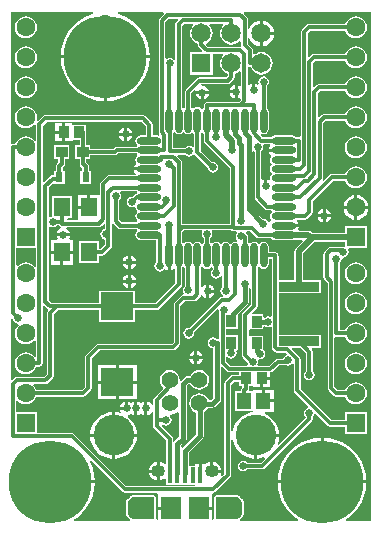
<source format=gtl>
G04*
G04 #@! TF.GenerationSoftware,Altium Limited,Altium Designer,18.1.11 (251)*
G04*
G04 Layer_Physical_Order=1*
G04 Layer_Color=255*
%FSLAX25Y25*%
%MOIN*%
G70*
G01*
G75*
%ADD18R,0.13504X0.03347*%
%ADD19R,0.07087X0.07480*%
%ADD20R,0.01575X0.05315*%
%ADD21R,0.03543X0.03937*%
%ADD22R,0.05118X0.05512*%
%ADD23O,0.02362X0.08071*%
%ADD24O,0.08071X0.02362*%
%ADD25R,0.03937X0.03543*%
%ADD26R,0.02480X0.03268*%
%ADD27R,0.11024X0.09449*%
%ADD28R,0.05512X0.06299*%
%ADD29O,0.04528X0.04134*%
%ADD30O,0.02953X0.05118*%
%ADD31C,0.06299*%
%ADD32R,0.06299X0.06299*%
%ADD33C,0.06496*%
%ADD34R,0.06496X0.06496*%
%ADD35C,0.27559*%
%ADD36C,0.13583*%
%ADD37C,0.05591*%
%ADD38C,0.01200*%
%ADD39C,0.01500*%
%ADD40C,0.02000*%
%ADD41C,0.02520*%
%ADD42C,0.02520*%
%ADD43C,0.05000*%
G36*
X220981Y329520D02*
X212750D01*
X212614Y330001D01*
X213439Y330506D01*
X215207Y332017D01*
X216718Y333786D01*
X217934Y335770D01*
X218824Y337919D01*
X219367Y340181D01*
X219510Y342000D01*
X189938D01*
X190082Y340181D01*
X190625Y337919D01*
X191515Y335770D01*
X192730Y333786D01*
X194241Y332017D01*
X196010Y330506D01*
X196835Y330001D01*
X196699Y329520D01*
X177644D01*
X177626Y329549D01*
X177511Y329903D01*
X177504Y330019D01*
X178145Y330661D01*
X178186Y330761D01*
X178262Y330837D01*
X178622Y331705D01*
Y331813D01*
X178663Y331912D01*
Y335608D01*
X178622Y335707D01*
Y335815D01*
X178262Y336683D01*
X178186Y336759D01*
X178145Y336859D01*
X177481Y337523D01*
X177381Y337564D01*
X177305Y337640D01*
X176437Y338000D01*
X176329D01*
X176230Y338041D01*
X169264D01*
X168881Y337883D01*
X168723Y337500D01*
Y330319D01*
X168257Y329937D01*
X168098Y329985D01*
Y333260D01*
X163555D01*
Y334260D01*
X168098D01*
Y338500D01*
X168392Y338878D01*
X168502D01*
X168502Y338878D01*
X168931Y338964D01*
X169295Y339207D01*
X174093Y344005D01*
X174093Y344005D01*
X174336Y344369D01*
X174422Y344798D01*
Y356598D01*
X174922Y356623D01*
X174936Y356473D01*
X175382Y355004D01*
X176105Y353650D01*
X177079Y352464D01*
X178265Y351490D01*
X179619Y350767D01*
X181088Y350321D01*
X182115Y350220D01*
Y358000D01*
X182615D01*
Y358500D01*
X190395D01*
X190294Y359527D01*
X189848Y360996D01*
X189125Y362350D01*
X188151Y363536D01*
X186964Y364510D01*
X185611Y365233D01*
X185575Y365244D01*
X185649Y365744D01*
X188709D01*
Y369000D01*
X185150D01*
Y369500D01*
X184650D01*
Y373256D01*
X181591D01*
Y372756D01*
X180716D01*
X180386Y373256D01*
X180425Y373453D01*
X180425Y373453D01*
Y374532D01*
X181575D01*
X181847Y374144D01*
Y374031D01*
X184118D01*
Y377000D01*
X184618D01*
Y377500D01*
X187390D01*
Y378496D01*
X187500Y378978D01*
X187929Y379064D01*
X188293Y379307D01*
X190365Y381379D01*
X192809D01*
X192813Y381376D01*
X193500Y381239D01*
X194187Y381376D01*
X194769Y381765D01*
X194878Y381929D01*
X195378Y381777D01*
Y373000D01*
X195378Y373000D01*
X195464Y372571D01*
X195707Y372207D01*
X200174Y367739D01*
X200010Y367197D01*
X199813Y367158D01*
X199231Y366769D01*
X198842Y366187D01*
X198706Y365500D01*
X198842Y364813D01*
X199231Y364231D01*
X199126Y363712D01*
X190350Y354936D01*
X189908Y355201D01*
X190294Y356473D01*
X190395Y357500D01*
X183115D01*
Y350220D01*
X184142Y350321D01*
X185414Y350707D01*
X185679Y350265D01*
X184365Y348951D01*
X179867D01*
X179769Y349098D01*
X179187Y349487D01*
X178500Y349623D01*
X177813Y349487D01*
X177231Y349098D01*
X176842Y348516D01*
X176706Y347829D01*
X176842Y347143D01*
X177231Y346560D01*
X177813Y346171D01*
X178500Y346035D01*
X179187Y346171D01*
X179769Y346560D01*
X179867Y346708D01*
X184829D01*
X184829Y346708D01*
X185258Y346793D01*
X185622Y347036D01*
X201293Y362707D01*
X201293Y362707D01*
X201536Y363071D01*
X201622Y363500D01*
X201622Y363500D01*
Y364133D01*
X201769Y364231D01*
X202158Y364813D01*
X202197Y365010D01*
X202739Y365175D01*
X206707Y361207D01*
X207071Y360964D01*
X207500Y360878D01*
X207500Y360878D01*
X212350D01*
Y358350D01*
X219650D01*
Y365650D01*
X212350D01*
Y363122D01*
X207965D01*
X197622Y373465D01*
Y383371D01*
X197622Y383371D01*
X197536Y383800D01*
X197293Y384164D01*
X197293Y384164D01*
X194647Y386810D01*
X194839Y387272D01*
X197587D01*
X199378Y385480D01*
Y379572D01*
X199231Y379474D01*
X198842Y378892D01*
X198706Y378205D01*
X198842Y377518D01*
X199231Y376936D01*
X199813Y376547D01*
X200500Y376411D01*
X201187Y376547D01*
X201769Y376936D01*
X202158Y377518D01*
X202294Y378205D01*
X202158Y378892D01*
X201769Y379474D01*
X201622Y379572D01*
Y385945D01*
X201622Y385945D01*
X201536Y386374D01*
X201293Y386738D01*
X201293Y386738D01*
X201221Y386810D01*
X201413Y387272D01*
X204252D01*
Y391618D01*
X190270D01*
Y405382D01*
X204252D01*
Y409728D01*
X198529D01*
Y418718D01*
X202281Y422471D01*
X212350D01*
Y421079D01*
X211964Y420762D01*
X211800Y420794D01*
X211518Y420738D01*
X211100Y420822D01*
X211100Y420822D01*
X207500D01*
X207500Y420822D01*
X207071Y420736D01*
X206707Y420493D01*
X205488Y419275D01*
X205245Y418911D01*
X205160Y418481D01*
X205160Y418481D01*
Y410659D01*
X205160Y410659D01*
X205245Y410229D01*
X205488Y409866D01*
X206610Y408744D01*
Y373750D01*
X206610Y373750D01*
X206695Y373321D01*
X206938Y372957D01*
X208688Y371207D01*
X208688Y371207D01*
X209052Y370964D01*
X209481Y370879D01*
X212514D01*
X212812Y370160D01*
X213397Y369397D01*
X214159Y368812D01*
X215047Y368444D01*
X216000Y368319D01*
X216953Y368444D01*
X217841Y368812D01*
X218603Y369397D01*
X219188Y370160D01*
X219556Y371047D01*
X219681Y372000D01*
X219556Y372953D01*
X219188Y373840D01*
X218603Y374603D01*
X217841Y375188D01*
X216953Y375556D01*
X216000Y375681D01*
X215047Y375556D01*
X214159Y375188D01*
X213397Y374603D01*
X212812Y373840D01*
X212514Y373122D01*
X209946D01*
X208853Y374215D01*
Y390575D01*
X209353Y390914D01*
X209531Y390878D01*
X209531Y390879D01*
X212514D01*
X212812Y390160D01*
X213397Y389397D01*
X214159Y388812D01*
X215047Y388444D01*
X216000Y388319D01*
X216953Y388444D01*
X217841Y388812D01*
X218603Y389397D01*
X219188Y390160D01*
X219556Y391047D01*
X219681Y392000D01*
X219556Y392953D01*
X219188Y393841D01*
X218603Y394603D01*
X217841Y395188D01*
X216953Y395556D01*
X216000Y395681D01*
X215047Y395556D01*
X214159Y395188D01*
X213397Y394603D01*
X212812Y393841D01*
X212514Y393122D01*
X210553D01*
Y415383D01*
X210700Y415481D01*
X211089Y416063D01*
X211226Y416750D01*
X211213Y416813D01*
X211638Y417238D01*
X211800Y417206D01*
X212487Y417342D01*
X213069Y417731D01*
X213458Y418313D01*
X213594Y419000D01*
X213458Y419687D01*
X213348Y419850D01*
X213616Y420350D01*
X219650D01*
Y427650D01*
X212350D01*
Y425529D01*
X201534D01*
X201229Y425833D01*
X200733Y426165D01*
X200148Y426281D01*
X196937D01*
X196670Y426781D01*
X196850Y427051D01*
X196920Y427402D01*
X191941D01*
Y428402D01*
X196920D01*
X196850Y428753D01*
X196397Y429430D01*
X196449Y429643D01*
X196586Y429930D01*
X199051D01*
X199051Y429930D01*
X199480Y430015D01*
X199844Y430258D01*
X201293Y431707D01*
X201293Y431707D01*
X201536Y432071D01*
X201622Y432500D01*
Y436085D01*
X208415Y442878D01*
X212514D01*
X212812Y442160D01*
X213397Y441397D01*
X214159Y440812D01*
X215047Y440444D01*
X216000Y440319D01*
X216953Y440444D01*
X217841Y440812D01*
X218603Y441397D01*
X219188Y442160D01*
X219556Y443047D01*
X219681Y444000D01*
X219556Y444953D01*
X219188Y445841D01*
X218603Y446603D01*
X217841Y447188D01*
X216953Y447556D01*
X216000Y447681D01*
X215047Y447556D01*
X214159Y447188D01*
X213397Y446603D01*
X212812Y445841D01*
X212514Y445122D01*
X207950D01*
X207950Y445122D01*
X207521Y445036D01*
X207157Y444793D01*
X207157Y444793D01*
X205240Y442876D01*
X204852Y443195D01*
X204936Y443321D01*
X205022Y443750D01*
X205022Y443750D01*
Y462035D01*
X205865Y462878D01*
X212514D01*
X212812Y462159D01*
X213397Y461397D01*
X214159Y460812D01*
X215047Y460444D01*
X216000Y460319D01*
X216953Y460444D01*
X217841Y460812D01*
X218603Y461397D01*
X219188Y462159D01*
X219556Y463047D01*
X219681Y464000D01*
X219556Y464953D01*
X219188Y465840D01*
X218603Y466603D01*
X217841Y467188D01*
X216953Y467556D01*
X216000Y467681D01*
X215047Y467556D01*
X214159Y467188D01*
X213397Y466603D01*
X212812Y465840D01*
X212514Y465122D01*
X205400D01*
X205400Y465122D01*
X204971Y465036D01*
X204607Y464793D01*
X203783Y463970D01*
X203322Y464161D01*
Y472035D01*
X204165Y472878D01*
X212514D01*
X212812Y472159D01*
X213397Y471397D01*
X214159Y470812D01*
X215047Y470444D01*
X216000Y470319D01*
X216953Y470444D01*
X217841Y470812D01*
X218603Y471397D01*
X219188Y472159D01*
X219556Y473047D01*
X219681Y474000D01*
X219556Y474953D01*
X219188Y475841D01*
X218603Y476603D01*
X217841Y477188D01*
X216953Y477556D01*
X216000Y477681D01*
X215047Y477556D01*
X214159Y477188D01*
X213397Y476603D01*
X212812Y475841D01*
X212514Y475122D01*
X203700D01*
X203700Y475122D01*
X203271Y475036D01*
X202907Y474793D01*
X202083Y473970D01*
X201622Y474161D01*
Y482035D01*
X202465Y482878D01*
X212514D01*
X212812Y482160D01*
X213397Y481397D01*
X214159Y480812D01*
X215047Y480444D01*
X216000Y480319D01*
X216953Y480444D01*
X217841Y480812D01*
X218603Y481397D01*
X219188Y482160D01*
X219556Y483047D01*
X219681Y484000D01*
X219556Y484953D01*
X219188Y485841D01*
X218603Y486603D01*
X217841Y487188D01*
X216953Y487556D01*
X216000Y487681D01*
X215047Y487556D01*
X214159Y487188D01*
X213397Y486603D01*
X212812Y485841D01*
X212514Y485122D01*
X202000D01*
X202000Y485122D01*
X201571Y485036D01*
X201207Y484793D01*
X200383Y483970D01*
X199922Y484161D01*
Y492035D01*
X200765Y492878D01*
X212514D01*
X212812Y492160D01*
X213397Y491397D01*
X214159Y490812D01*
X215047Y490444D01*
X216000Y490319D01*
X216953Y490444D01*
X217841Y490812D01*
X218603Y491397D01*
X219188Y492160D01*
X219556Y493047D01*
X219681Y494000D01*
X219556Y494953D01*
X219188Y495841D01*
X218603Y496603D01*
X217841Y497188D01*
X216953Y497556D01*
X216000Y497681D01*
X215047Y497556D01*
X214159Y497188D01*
X213397Y496603D01*
X212812Y495841D01*
X212514Y495122D01*
X200300D01*
X200300Y495122D01*
X199871Y495036D01*
X199507Y494793D01*
X198007Y493293D01*
X197764Y492929D01*
X197678Y492500D01*
X197678Y492500D01*
Y457673D01*
X197178Y457334D01*
X197000Y457370D01*
X197000Y457370D01*
X196068D01*
X196007Y457460D01*
X195451Y457832D01*
X194795Y457962D01*
X189086D01*
X188431Y457832D01*
X187874Y457460D01*
X187814Y457370D01*
X184975D01*
X184141Y458203D01*
X184460Y458592D01*
X184592Y458503D01*
X185248Y458373D01*
X185904Y458503D01*
X186460Y458875D01*
X186832Y459431D01*
X186962Y460087D01*
Y465795D01*
X186832Y466451D01*
X186460Y467007D01*
X186370Y467068D01*
Y474535D01*
X186517Y474633D01*
X186906Y475215D01*
X187042Y475902D01*
X186906Y476589D01*
X186517Y477171D01*
X185935Y477560D01*
X185248Y477696D01*
X184561Y477560D01*
X183979Y477171D01*
X183590Y476589D01*
X183454Y475902D01*
X183581Y475263D01*
X183477Y475137D01*
X183180Y474930D01*
X182882Y475129D01*
X182500Y475205D01*
Y473000D01*
X181500D01*
Y475205D01*
X181118Y475129D01*
X180470Y474695D01*
X179970Y474861D01*
Y480642D01*
X180446Y480920D01*
X180943Y480793D01*
X181226Y480110D01*
X181827Y479327D01*
X182610Y478726D01*
X183522Y478348D01*
X184500Y478220D01*
X185478Y478348D01*
X186390Y478726D01*
X187173Y479327D01*
X187774Y480110D01*
X188152Y481022D01*
X188280Y482000D01*
X188152Y482978D01*
X187774Y483890D01*
X187173Y484673D01*
X186390Y485274D01*
X185478Y485652D01*
X184500Y485780D01*
X183522Y485652D01*
X182610Y485274D01*
X182270Y485013D01*
X181770Y485259D01*
Y486400D01*
X181770Y486400D01*
X181684Y486829D01*
X181441Y487193D01*
X181441Y487193D01*
X180022Y488613D01*
Y490405D01*
X180522Y490504D01*
X180789Y489858D01*
X181470Y488970D01*
X182358Y488289D01*
X183391Y487861D01*
X184000Y487781D01*
Y492000D01*
Y496219D01*
X183391Y496139D01*
X182358Y495711D01*
X181470Y495030D01*
X180789Y494142D01*
X180522Y493496D01*
X180022Y493595D01*
Y496648D01*
X180022Y496648D01*
X179936Y497077D01*
X179693Y497441D01*
X179693Y497441D01*
X178654Y498481D01*
X178861Y498981D01*
X220981D01*
X220981Y329520D01*
D02*
G37*
G36*
X171931Y494753D02*
X171827Y494673D01*
X171226Y493890D01*
X170848Y492978D01*
X170720Y492000D01*
X170848Y491022D01*
X171226Y490110D01*
X171827Y489327D01*
X172610Y488726D01*
X173522Y488348D01*
X174500Y488220D01*
X175478Y488348D01*
X176390Y488726D01*
X177173Y489327D01*
X177278Y489464D01*
X177778Y489294D01*
Y488148D01*
X177778Y488148D01*
X177825Y487915D01*
X177562Y487555D01*
X177525Y487518D01*
X177442Y487470D01*
X166715D01*
X166049Y488135D01*
X166147Y488625D01*
X166390Y488726D01*
X167173Y489327D01*
X167774Y490110D01*
X168152Y491022D01*
X168280Y492000D01*
X168152Y492978D01*
X167774Y493890D01*
X167173Y494673D01*
X167069Y494753D01*
X167229Y495227D01*
X171771D01*
X171931Y494753D01*
D02*
G37*
G36*
X152044Y498481D02*
X150607Y497043D01*
X150364Y496679D01*
X150278Y496250D01*
X150278Y496250D01*
Y459000D01*
X150278Y459000D01*
X150364Y458571D01*
X150509Y458353D01*
X150244Y457905D01*
X150235Y457898D01*
X149913Y457962D01*
X148222D01*
Y461600D01*
X148222Y461600D01*
X148136Y462029D01*
X147893Y462393D01*
X147893Y462393D01*
X145793Y464493D01*
X145429Y464736D01*
X145000Y464822D01*
X145000Y464822D01*
X112500D01*
X112500Y464822D01*
X112071Y464736D01*
X111707Y464493D01*
X111707Y464493D01*
X109981Y462767D01*
X109556Y463047D01*
X109681Y464000D01*
X109556Y464953D01*
X109188Y465840D01*
X108603Y466603D01*
X107841Y467188D01*
X106953Y467556D01*
X106000Y467681D01*
X105047Y467556D01*
X104159Y467188D01*
X103397Y466603D01*
X102812Y465840D01*
X102444Y464953D01*
X102319Y464000D01*
X102444Y463047D01*
X102812Y462159D01*
X103397Y461397D01*
X104159Y460812D01*
X105047Y460444D01*
X106000Y460319D01*
X106953Y460444D01*
X107841Y460812D01*
X108603Y461397D01*
X108893Y461775D01*
X109072Y461747D01*
X109378Y461586D01*
Y456414D01*
X108878Y456244D01*
X108603Y456603D01*
X107841Y457188D01*
X106953Y457556D01*
X106000Y457681D01*
X105047Y457556D01*
X104159Y457188D01*
X103397Y456603D01*
X102812Y455840D01*
X102514Y455122D01*
X101800D01*
X101800Y455122D01*
X101520Y455066D01*
X101020Y455357D01*
Y498981D01*
X128396D01*
X128455Y498481D01*
X127919Y498352D01*
X125769Y497461D01*
X123786Y496246D01*
X122017Y494735D01*
X120506Y492966D01*
X119291Y490982D01*
X118400Y488833D01*
X117857Y486571D01*
X117714Y484752D01*
X147286D01*
X147143Y486571D01*
X146600Y488833D01*
X145709Y490982D01*
X144494Y492966D01*
X142983Y494735D01*
X141214Y496246D01*
X139231Y497461D01*
X137081Y498352D01*
X136545Y498481D01*
X136604Y498981D01*
X151837D01*
X152044Y498481D01*
D02*
G37*
G36*
X156780Y496465D02*
X156108Y495793D01*
X155865Y495429D01*
X155780Y495000D01*
X155780Y495000D01*
Y483404D01*
X155280Y483252D01*
X155269Y483269D01*
X154687Y483658D01*
X154000Y483794D01*
X153313Y483658D01*
X153022Y483463D01*
X152522Y483730D01*
Y495785D01*
X153663Y496927D01*
X156589D01*
X156780Y496465D01*
D02*
G37*
G36*
X161931Y494753D02*
X161827Y494673D01*
X161226Y493890D01*
X160848Y492978D01*
X160720Y492000D01*
X160848Y491022D01*
X161226Y490110D01*
X161827Y489327D01*
X162610Y488726D01*
X163378Y488408D01*
Y488098D01*
X163378Y488098D01*
X163464Y487669D01*
X163707Y487305D01*
X164802Y486210D01*
X164611Y485748D01*
X160752D01*
Y478252D01*
X168248D01*
Y485227D01*
X171771D01*
X171931Y484753D01*
X171827Y484673D01*
X171226Y483890D01*
X170848Y482978D01*
X170720Y482000D01*
X170848Y481022D01*
X171226Y480110D01*
X171827Y479327D01*
X172610Y478726D01*
X173310Y478436D01*
X173360Y477946D01*
X172785Y477372D01*
X163801D01*
X163801Y477372D01*
X163372Y477286D01*
X163008Y477043D01*
X159258Y473293D01*
X159015Y472929D01*
X158930Y472500D01*
X158930Y472500D01*
Y467068D01*
X158839Y467007D01*
X158285Y466986D01*
X158023Y467254D01*
Y494535D01*
X158714Y495227D01*
X161770D01*
X161931Y494753D01*
D02*
G37*
G36*
X177727Y479271D02*
Y474690D01*
X177286Y474455D01*
X177025Y474629D01*
X176643Y474705D01*
Y472500D01*
Y470295D01*
X177025Y470371D01*
X177092Y470416D01*
X177590Y470170D01*
X177622Y469856D01*
X177035Y469269D01*
X166498D01*
X166069Y469184D01*
X165705Y468941D01*
X165462Y468577D01*
X165377Y468148D01*
Y467167D01*
X165138Y467007D01*
X165026Y466839D01*
X164526D01*
X164413Y467007D01*
X163857Y467379D01*
X163201Y467509D01*
X162545Y467379D01*
X161989Y467007D01*
X161434Y466986D01*
X161173Y467254D01*
Y472035D01*
X162135Y472998D01*
X162584Y472758D01*
X167007D01*
X166931Y473140D01*
X166431Y473887D01*
X165684Y474387D01*
X164802Y474562D01*
X164738Y474550D01*
X164435Y474999D01*
X164520Y475128D01*
X173250D01*
X173250Y475128D01*
X173679Y475214D01*
X174043Y475457D01*
X175293Y476707D01*
X175293Y476707D01*
X175536Y477071D01*
X175622Y477500D01*
X175622Y477500D01*
Y478408D01*
X176390Y478726D01*
X177173Y479327D01*
X177253Y479431D01*
X177727Y479271D01*
D02*
G37*
G36*
X158839Y458875D02*
X159395Y458503D01*
X160051Y458373D01*
X160707Y458503D01*
X161263Y458875D01*
X161818Y458896D01*
X162079Y458628D01*
Y454336D01*
X161579Y454095D01*
X161187Y454358D01*
X160500Y454494D01*
X159813Y454358D01*
X159231Y453969D01*
X159133Y453822D01*
X155122D01*
Y458825D01*
X155622Y458977D01*
X155690Y458875D01*
X156246Y458503D01*
X156902Y458373D01*
X157557Y458503D01*
X158114Y458875D01*
X158226Y459044D01*
X158726D01*
X158839Y458875D01*
D02*
G37*
G36*
X145978Y461135D02*
Y457962D01*
X144205D01*
X143549Y457832D01*
X142993Y457460D01*
X142621Y456904D01*
X142491Y456248D01*
X142621Y455592D01*
X142993Y455036D01*
X143014Y454482D01*
X142746Y454220D01*
X136296D01*
X136296Y454220D01*
X135866Y454135D01*
X135503Y453892D01*
X135503Y453891D01*
X135235Y453624D01*
X127469D01*
Y454774D01*
X126122D01*
Y456531D01*
X126134D01*
Y461469D01*
X121819D01*
X121591Y461469D01*
X121319Y461856D01*
Y461969D01*
X119047D01*
Y459000D01*
Y456032D01*
X121319D01*
Y456144D01*
X121591Y456531D01*
X121819Y456531D01*
X123878D01*
Y454774D01*
X122531D01*
Y450231D01*
X123878D01*
Y448620D01*
X123878Y448620D01*
X123964Y448191D01*
X124207Y447827D01*
X124799Y447235D01*
Y446134D01*
X124180D01*
Y441866D01*
X127661D01*
Y446134D01*
X127042D01*
Y447700D01*
X126957Y448129D01*
X126714Y448493D01*
X126713Y448493D01*
X126122Y449085D01*
Y450231D01*
X127469D01*
Y451381D01*
X135700D01*
X135700Y451381D01*
X136129Y451467D01*
X136493Y451710D01*
X136760Y451977D01*
X142932D01*
X142993Y451886D01*
X143161Y451774D01*
Y451274D01*
X142993Y451161D01*
X142621Y450605D01*
X142491Y449949D01*
X142621Y449293D01*
X142772Y449067D01*
X142670Y448397D01*
X142632Y448372D01*
X142150Y447650D01*
X142080Y447299D01*
X147059D01*
Y446299D01*
X142080D01*
X142150Y445948D01*
X142603Y445271D01*
X142551Y445058D01*
X142414Y444771D01*
X133750D01*
X133750Y444771D01*
X133321Y444686D01*
X132957Y444443D01*
X132957Y444443D01*
X131047Y442533D01*
X130804Y442169D01*
X130718Y441740D01*
X130719Y441740D01*
Y438130D01*
X127528D01*
Y433980D01*
X127028D01*
Y433480D01*
X123272D01*
Y429831D01*
X122817Y429722D01*
X119622D01*
X119576Y429831D01*
X119908Y430331D01*
X121228D01*
Y437630D01*
X114716D01*
Y430958D01*
X114213Y430858D01*
X114102Y430784D01*
X113662Y431019D01*
Y440785D01*
X114901Y442025D01*
X115401Y441866D01*
Y441866D01*
X118881D01*
Y446134D01*
X118263D01*
Y447335D01*
X118706Y447779D01*
X118707Y447779D01*
X118950Y448143D01*
X119035Y448572D01*
X119035Y448572D01*
Y450231D01*
X120382D01*
Y454774D01*
X115445D01*
Y450231D01*
X116792D01*
Y449037D01*
X116348Y448593D01*
X116105Y448229D01*
X116019Y447800D01*
X116019Y447800D01*
Y446134D01*
X115401D01*
Y444722D01*
X114890D01*
X114461Y444636D01*
X114097Y444393D01*
X114097Y444393D01*
X112122Y442418D01*
X111622Y442625D01*
Y461235D01*
X112965Y462578D01*
X144535D01*
X145978Y461135D01*
D02*
G37*
G36*
X165229Y458628D02*
Y456250D01*
X165229Y456250D01*
X165314Y455821D01*
X165557Y455457D01*
X173992Y447022D01*
Y428622D01*
X158152D01*
X158152Y428622D01*
X158023Y428727D01*
Y431155D01*
X158036Y431219D01*
Y449037D01*
X158036Y449037D01*
X157951Y449466D01*
X157708Y449830D01*
X156421Y451117D01*
X156612Y451578D01*
X159133D01*
X159231Y451431D01*
X159813Y451042D01*
X160500Y450906D01*
X161187Y451042D01*
X161769Y451431D01*
X161863Y451572D01*
X162171Y451619D01*
X162475Y451589D01*
X166480Y447584D01*
X166446Y447410D01*
X166582Y446723D01*
X166971Y446141D01*
X167553Y445752D01*
X168240Y445616D01*
X168927Y445752D01*
X169509Y446141D01*
X169898Y446723D01*
X170034Y447410D01*
X169898Y448097D01*
X169509Y448679D01*
X168927Y449068D01*
X168240Y449204D01*
X168066Y449170D01*
X164322Y452914D01*
Y458814D01*
X164413Y458875D01*
X164967Y458896D01*
X165229Y458628D01*
D02*
G37*
G36*
X187433Y454840D02*
X187484Y454627D01*
X187032Y453949D01*
X186962Y453598D01*
X191941D01*
Y452598D01*
X186962D01*
X187032Y452247D01*
X187514Y451526D01*
X187552Y451501D01*
X187654Y450831D01*
X187503Y450605D01*
X187372Y449949D01*
X187503Y449293D01*
X187874Y448737D01*
X188043Y448624D01*
Y448124D01*
X187874Y448011D01*
X187503Y447455D01*
X187372Y446799D01*
X187503Y446143D01*
X187874Y445587D01*
X188043Y445474D01*
Y444974D01*
X187874Y444862D01*
X187503Y444306D01*
X187372Y443650D01*
X187403Y443494D01*
X186953Y443193D01*
X186816Y443285D01*
X186435Y443361D01*
Y441156D01*
X185435D01*
Y443361D01*
X185053Y443285D01*
X184962Y443224D01*
X184522Y443460D01*
Y452633D01*
X184669Y452731D01*
X185058Y453313D01*
X185194Y454000D01*
X185070Y454626D01*
X185122Y454807D01*
X185293Y455126D01*
X187296D01*
X187433Y454840D01*
D02*
G37*
G36*
X142993Y439288D02*
X143161Y439175D01*
Y438675D01*
X142993Y438562D01*
X142929Y438468D01*
X142521Y438387D01*
X142157Y438143D01*
X142157Y438143D01*
X141574Y437560D01*
X141400Y437594D01*
X140713Y437458D01*
X140131Y437069D01*
X139742Y436487D01*
X139606Y435800D01*
X139742Y435113D01*
X140131Y434531D01*
X140713Y434142D01*
X141400Y434006D01*
X142033Y434132D01*
X142090Y434140D01*
X142559Y433857D01*
X142621Y433545D01*
X142993Y432989D01*
X143161Y432876D01*
Y432376D01*
X142993Y432263D01*
X142621Y431707D01*
X142491Y431051D01*
X142621Y430395D01*
X142993Y429839D01*
X143014Y429285D01*
X142746Y429023D01*
X137965D01*
X137022Y429966D01*
Y436483D01*
X137169Y436581D01*
X137558Y437163D01*
X137694Y437850D01*
X137558Y438537D01*
X137329Y438878D01*
X137597Y439378D01*
X142932D01*
X142993Y439288D01*
D02*
G37*
G36*
X182278Y452502D02*
Y437301D01*
X182278Y437301D01*
X182364Y436872D01*
X182607Y436508D01*
X185707Y433408D01*
X185707Y433408D01*
X186071Y433165D01*
X186500Y433079D01*
X187814D01*
X187874Y432989D01*
X188043Y432876D01*
Y432376D01*
X187874Y432263D01*
X187503Y431707D01*
X187372Y431051D01*
X187503Y430395D01*
X187654Y430169D01*
X187552Y429499D01*
X187514Y429474D01*
X187272Y429112D01*
X186996Y429125D01*
X186723Y429189D01*
X186369Y429719D01*
X185787Y430108D01*
X185110Y430242D01*
X181525Y433828D01*
Y452500D01*
X182025Y452711D01*
X182278Y452502D01*
D02*
G37*
G36*
X174501Y426326D02*
X174501Y426326D01*
X174865Y426083D01*
X175294Y425998D01*
X175294Y425998D01*
X176172D01*
X176302Y425782D01*
X176383Y425498D01*
X176041Y424987D01*
X175905Y424300D01*
X176041Y423613D01*
X176430Y423031D01*
X176472Y423003D01*
X176277Y422532D01*
X175799Y422627D01*
X175143Y422497D01*
X174587Y422125D01*
X174474Y421956D01*
X173974D01*
X173862Y422125D01*
X173305Y422497D01*
X172650Y422627D01*
X171994Y422497D01*
X171438Y422125D01*
X171325Y421956D01*
X170825D01*
X170712Y422125D01*
X170156Y422497D01*
X169500Y422627D01*
X168844Y422497D01*
X168288Y422125D01*
X167734Y422104D01*
X167472Y422372D01*
Y423750D01*
X167619Y423849D01*
X168008Y424431D01*
X168145Y425118D01*
X168008Y425804D01*
X167919Y425938D01*
X168155Y426378D01*
X174449D01*
X174501Y426326D01*
D02*
G37*
G36*
X164782Y425938D02*
X164693Y425804D01*
X164556Y425118D01*
X164693Y424431D01*
X165082Y423849D01*
X165229Y423750D01*
Y422186D01*
X165138Y422125D01*
X165026Y421956D01*
X164526D01*
X164413Y422125D01*
X163857Y422497D01*
X163201Y422627D01*
X162545Y422497D01*
X161989Y422125D01*
X161876Y421956D01*
X161376D01*
X161263Y422125D01*
X160707Y422497D01*
X160051Y422627D01*
X159395Y422497D01*
X158839Y422125D01*
X158285Y422104D01*
X158023Y422372D01*
Y425785D01*
X158616Y426378D01*
X164546D01*
X164782Y425938D01*
D02*
G37*
G36*
X136707Y427109D02*
X136707Y427108D01*
X137071Y426865D01*
X137500Y426780D01*
X137500Y426780D01*
X142932D01*
X142993Y426690D01*
X143161Y426577D01*
Y426077D01*
X142993Y425964D01*
X142621Y425408D01*
X142491Y424752D01*
X142621Y424096D01*
X142993Y423540D01*
X143549Y423168D01*
X144205Y423038D01*
X149478D01*
Y415767D01*
X149331Y415669D01*
X148942Y415087D01*
X148806Y414400D01*
X148942Y413713D01*
X149331Y413131D01*
X149913Y412742D01*
X150600Y412606D01*
X151287Y412742D01*
X151869Y413131D01*
X152196Y413621D01*
X152901Y413150D01*
X153252Y413080D01*
Y418059D01*
X154252D01*
Y413080D01*
X154603Y413150D01*
X155280Y413603D01*
X155493Y413552D01*
X155780Y413414D01*
Y408766D01*
X149097Y402084D01*
X142512D01*
Y406186D01*
X130488D01*
Y402084D01*
X116250D01*
X116250Y402084D01*
X116250Y402084D01*
X114543D01*
X113662Y402965D01*
Y427381D01*
X114102Y427616D01*
X114213Y427542D01*
X114900Y427406D01*
X115587Y427542D01*
X116169Y427931D01*
X116267Y428078D01*
X117095D01*
X117164Y427980D01*
X117279Y427807D01*
X117288Y427801D01*
X117294Y427792D01*
X117470Y427680D01*
X117638Y427568D01*
X117656Y427469D01*
X117624Y427055D01*
X117618Y427054D01*
X116871Y426554D01*
X116371Y425807D01*
X116295Y425425D01*
X120705D01*
X120629Y425807D01*
X120129Y426554D01*
X119495Y426978D01*
X119615Y427478D01*
X130440D01*
X130440Y427478D01*
X130869Y427564D01*
X131233Y427807D01*
X131957Y428530D01*
X132419Y428339D01*
Y426768D01*
X131863Y426658D01*
X131281Y426269D01*
X130892Y425687D01*
X130756Y425000D01*
X130892Y424313D01*
X131281Y423731D01*
X131863Y423342D01*
X132419Y423232D01*
Y421715D01*
X130845Y420141D01*
X130283D01*
Y422669D01*
X123772D01*
Y415370D01*
X130283D01*
Y417898D01*
X131309D01*
X131310Y417898D01*
X131739Y417983D01*
X132103Y418226D01*
X134333Y420457D01*
X134333Y420457D01*
X134576Y420821D01*
X134662Y421250D01*
Y424900D01*
X134662Y424900D01*
X134662Y424900D01*
Y428475D01*
X134936Y428619D01*
X135162Y428654D01*
X136707Y427109D01*
D02*
G37*
G36*
X109378Y414414D02*
X108878Y414244D01*
X108603Y414603D01*
X107841Y415188D01*
X106953Y415556D01*
X106000Y415681D01*
X105047Y415556D01*
X104159Y415188D01*
X103397Y414603D01*
X103295Y414470D01*
X102822Y414631D01*
Y420350D01*
X109378D01*
Y414414D01*
D02*
G37*
G36*
X188026Y397719D02*
X187527Y397451D01*
X187425Y397519D01*
X186739Y397656D01*
X186052Y397519D01*
X185693Y397279D01*
X185193Y397540D01*
Y398330D01*
X181418D01*
X181226Y398792D01*
X182891Y400457D01*
X182891Y400457D01*
X183135Y400821D01*
X183220Y401250D01*
Y413932D01*
X183310Y413993D01*
X183423Y414161D01*
X183923D01*
X184036Y413993D01*
X184592Y413621D01*
X185248Y413491D01*
X185904Y413621D01*
X186460Y413993D01*
X186832Y414549D01*
X186962Y415205D01*
Y416937D01*
X188026D01*
Y397719D01*
D02*
G37*
G36*
X182824Y423959D02*
X183188Y423716D01*
X183617Y423630D01*
X183617Y423631D01*
X187814D01*
X187874Y423540D01*
X188431Y423168D01*
X189086Y423038D01*
X194795D01*
X195451Y423168D01*
X195532Y423223D01*
X198054D01*
X198246Y422761D01*
X195919Y420433D01*
X195587Y419937D01*
X195471Y419352D01*
Y409728D01*
X190270D01*
Y417852D01*
X190184Y418281D01*
X189941Y418645D01*
X189941Y418645D01*
X189734Y418852D01*
X189370Y419095D01*
X188941Y419181D01*
X188941Y419181D01*
X186962D01*
Y420913D01*
X186832Y421569D01*
X186460Y422125D01*
X185904Y422497D01*
X185248Y422627D01*
X184592Y422497D01*
X184036Y422125D01*
X183923Y421956D01*
X183423D01*
X183310Y422125D01*
X182754Y422497D01*
X182098Y422627D01*
X181442Y422497D01*
X180886Y422125D01*
X180332Y422104D01*
X180070Y422372D01*
Y424200D01*
X180070Y424200D01*
X179985Y424629D01*
X179742Y424993D01*
X179742Y424993D01*
X179642Y425093D01*
X179278Y425336D01*
X179261Y425377D01*
X179229Y425498D01*
X179605Y425998D01*
X180785D01*
X182824Y423959D01*
D02*
G37*
G36*
X165138Y413993D02*
X165694Y413621D01*
X166350Y413491D01*
X167006Y413621D01*
X167562Y413993D01*
X168117Y414014D01*
X168303Y413823D01*
X168265Y413292D01*
X168231Y413269D01*
X167842Y412687D01*
X167706Y412000D01*
X167842Y411313D01*
X168231Y410731D01*
X168813Y410342D01*
X169500Y410206D01*
X170187Y410342D01*
X170769Y410731D01*
X171028Y411119D01*
X171528Y410968D01*
Y407577D01*
X171381Y407478D01*
X170992Y406896D01*
X170855Y406210D01*
X170992Y405523D01*
X171381Y404941D01*
X171814Y404651D01*
X171662Y404151D01*
X171250D01*
X171250Y404152D01*
X170821Y404066D01*
X170457Y403823D01*
X170457Y403823D01*
X160394Y393760D01*
X160220Y393794D01*
X159533Y393658D01*
X158951Y393269D01*
X158562Y392687D01*
X158426Y392000D01*
X158562Y391313D01*
X158951Y390731D01*
X159533Y390342D01*
X160220Y390206D01*
X160907Y390342D01*
X161489Y390731D01*
X161878Y391313D01*
X162014Y392000D01*
X161980Y392174D01*
X169843Y400037D01*
X170306Y399800D01*
X170442Y399113D01*
X170478Y399059D01*
Y390372D01*
X169978Y390099D01*
X169733Y390148D01*
X169719Y390169D01*
X169137Y390558D01*
X168450Y390694D01*
X167763Y390558D01*
X167181Y390169D01*
X166792Y389587D01*
X166656Y388900D01*
X166792Y388213D01*
X167181Y387631D01*
X167763Y387242D01*
X168426Y387111D01*
Y370528D01*
X167672Y369775D01*
X166944D01*
X166714Y370331D01*
X166185Y371019D01*
X165497Y371548D01*
X164696Y371880D01*
X163835Y371993D01*
X162975Y371880D01*
X162173Y371548D01*
X161485Y371019D01*
X160957Y370331D01*
X160625Y369529D01*
X160512Y368669D01*
X160625Y367809D01*
X160957Y367007D01*
X161485Y366319D01*
X162173Y365791D01*
X162725Y365562D01*
Y358428D01*
X158215Y353918D01*
X157755Y354070D01*
X157739Y354082D01*
X157722Y354578D01*
X159201Y356058D01*
X159477Y356471D01*
X159574Y356959D01*
Y374472D01*
X160202Y375099D01*
X160867D01*
X160957Y374881D01*
X161485Y374193D01*
X162173Y373665D01*
X162975Y373333D01*
X163835Y373219D01*
X164696Y373333D01*
X165497Y373665D01*
X166185Y374193D01*
X166714Y374881D01*
X167046Y375683D01*
X167159Y376543D01*
X167046Y377403D01*
X166714Y378205D01*
X166185Y378893D01*
X165497Y379422D01*
X164696Y379754D01*
X163835Y379867D01*
X162975Y379754D01*
X162173Y379422D01*
X161485Y378893D01*
X160957Y378205D01*
X160726Y377648D01*
X159674D01*
X159186Y377552D01*
X158773Y377275D01*
X157787Y376290D01*
X157314Y376523D01*
X157316Y376543D01*
X157203Y377403D01*
X156871Y378205D01*
X156343Y378893D01*
X155655Y379422D01*
X154853Y379754D01*
X153993Y379867D01*
X153132Y379754D01*
X152331Y379422D01*
X151643Y378893D01*
X151114Y378205D01*
X150782Y377403D01*
X150669Y376543D01*
X150782Y375683D01*
X151114Y374881D01*
X151643Y374193D01*
X151750Y374110D01*
X151783Y373611D01*
X148769Y370598D01*
X148526Y370234D01*
X148440Y369805D01*
X148441Y369805D01*
Y368315D01*
X147941Y368163D01*
X147629Y368629D01*
X146882Y369129D01*
X146500Y369205D01*
Y367000D01*
Y364795D01*
X146882Y364871D01*
X147629Y365371D01*
X147941Y365837D01*
X148441Y365685D01*
Y361238D01*
X148440Y361238D01*
X148526Y360809D01*
X148769Y360445D01*
X152760Y356454D01*
Y348672D01*
X152260Y348425D01*
X151874Y348722D01*
X151127Y349031D01*
X150630Y349097D01*
Y346043D01*
Y342990D01*
X151127Y343055D01*
X151874Y343364D01*
X152122Y343555D01*
X152622Y343308D01*
Y341626D01*
X162358D01*
Y341126D01*
X161860Y341122D01*
X139423D01*
X122016Y358529D01*
X121652Y358772D01*
X121223Y358857D01*
X121223Y358857D01*
X109650D01*
Y365650D01*
X102822D01*
Y369369D01*
X103295Y369530D01*
X103397Y369397D01*
X104159Y368812D01*
X105047Y368444D01*
X106000Y368319D01*
X106953Y368444D01*
X107841Y368812D01*
X108603Y369397D01*
X109188Y370160D01*
X109486Y370879D01*
X125050D01*
X125050Y370878D01*
X125479Y370964D01*
X125843Y371207D01*
X127593Y372957D01*
X127593Y372957D01*
X127836Y373321D01*
X127922Y373750D01*
Y383685D01*
X130615Y386379D01*
X155150D01*
X155150Y386378D01*
X155579Y386464D01*
X155943Y386707D01*
X157193Y387957D01*
X157193Y387957D01*
X157436Y388321D01*
X157522Y388750D01*
X157522Y388750D01*
Y401235D01*
X158915Y402629D01*
X161951D01*
X161951Y402628D01*
X162380Y402714D01*
X162744Y402957D01*
X163994Y404207D01*
X163994Y404207D01*
X164237Y404571D01*
X164250Y404634D01*
X164780Y404739D01*
X165026Y404371D01*
X165774Y403871D01*
X166156Y403795D01*
Y406000D01*
Y408205D01*
X165774Y408129D01*
X165026Y407629D01*
X164822Y407324D01*
X164322Y407476D01*
Y413932D01*
X164413Y413993D01*
X164526Y414161D01*
X165026D01*
X165138Y413993D01*
D02*
G37*
G36*
X158930Y413746D02*
Y407667D01*
X158782Y407569D01*
X158394Y406987D01*
X158257Y406300D01*
X158394Y405613D01*
X158555Y405372D01*
X158516Y405187D01*
X158307Y404843D01*
X158021Y404786D01*
X157657Y404543D01*
X157657Y404543D01*
X155607Y402493D01*
X155364Y402129D01*
X155278Y401700D01*
X155278Y401700D01*
Y389215D01*
X154685Y388621D01*
X130150D01*
X130150Y388622D01*
X129721Y388536D01*
X129357Y388293D01*
X129357Y388293D01*
X126007Y384943D01*
X125764Y384579D01*
X125678Y384150D01*
X125678Y384150D01*
Y374215D01*
X124585Y373122D01*
X109486D01*
X109188Y373840D01*
X108603Y374603D01*
X108470Y374705D01*
X108631Y375179D01*
X112500D01*
X112500Y375178D01*
X112929Y375264D01*
X113293Y375507D01*
X114893Y377107D01*
X114893Y377107D01*
X115136Y377471D01*
X115222Y377900D01*
X115222Y377900D01*
Y398347D01*
X116715Y399840D01*
X130488D01*
Y395738D01*
X142512D01*
Y399840D01*
X149562D01*
X149562Y399840D01*
X149991Y399926D01*
X150355Y400169D01*
X157695Y407509D01*
X157695Y407509D01*
X157938Y407872D01*
X158023Y408302D01*
Y413932D01*
X158114Y413993D01*
X158668Y414014D01*
X158930Y413746D01*
D02*
G37*
G36*
X113285Y400169D02*
X113309Y400153D01*
X113350Y399735D01*
X113283Y399569D01*
X113064Y399241D01*
X112978Y398812D01*
X112978Y398812D01*
Y378365D01*
X112035Y377421D01*
X103000D01*
X103000Y377422D01*
X102571Y377336D01*
X102207Y377093D01*
X102207Y377093D01*
X101481Y376368D01*
X101020Y376559D01*
Y396791D01*
X101295Y397005D01*
X101520Y397056D01*
X101672Y396920D01*
X101792Y396313D01*
X102181Y395731D01*
X102763Y395342D01*
X103379Y395220D01*
X103489Y395006D01*
X103544Y394716D01*
X103397Y394603D01*
X102812Y393841D01*
X102444Y392953D01*
X102319Y392000D01*
X102444Y391047D01*
X102812Y390160D01*
X103397Y389397D01*
X104159Y388812D01*
X105047Y388444D01*
X106000Y388319D01*
X106953Y388444D01*
X107841Y388812D01*
X108603Y389397D01*
X108878Y389756D01*
X109378Y389586D01*
Y384414D01*
X108878Y384244D01*
X108603Y384603D01*
X107841Y385188D01*
X106953Y385556D01*
X106000Y385681D01*
X105047Y385556D01*
X104159Y385188D01*
X103397Y384603D01*
X102812Y383840D01*
X102444Y382953D01*
X102319Y382000D01*
X102444Y381047D01*
X102812Y380159D01*
X103397Y379397D01*
X104159Y378812D01*
X105047Y378444D01*
X106000Y378319D01*
X106953Y378444D01*
X107841Y378812D01*
X108603Y379397D01*
X109188Y380159D01*
X109486Y380878D01*
X110400D01*
X110400Y380878D01*
X110829Y380964D01*
X111193Y381207D01*
X111293Y381307D01*
X111293Y381307D01*
X111536Y381671D01*
X111622Y382100D01*
X111622Y382100D01*
Y401125D01*
X112122Y401332D01*
X113285Y400169D01*
D02*
G37*
G36*
X180977Y406882D02*
Y401715D01*
X178306Y399044D01*
X178063Y398680D01*
X177978Y398251D01*
X177978Y398251D01*
Y384751D01*
X177978Y384750D01*
X178063Y384321D01*
X178306Y383957D01*
X179840Y382423D01*
X179942Y381913D01*
X180070Y381721D01*
X179803Y381222D01*
X174215D01*
X172722Y382715D01*
Y383994D01*
X173222Y384146D01*
X173231Y384131D01*
X173813Y383742D01*
X174500Y383606D01*
X175187Y383742D01*
X175769Y384131D01*
X176158Y384713D01*
X176294Y385400D01*
X176177Y385988D01*
X176445Y386488D01*
X176772D01*
Y391425D01*
X172722D01*
Y393575D01*
X176772D01*
Y398469D01*
X179901Y401599D01*
X180177Y402012D01*
X180274Y402500D01*
Y406911D01*
X180477Y407099D01*
X180977Y406882D01*
D02*
G37*
G36*
X186052Y394203D02*
X186739Y394067D01*
X187425Y394203D01*
X187527Y394271D01*
X188026Y394004D01*
Y387316D01*
X188026Y387316D01*
X188112Y386887D01*
X188355Y386523D01*
X188999Y385879D01*
X188999Y385879D01*
X189363Y385635D01*
X189792Y385550D01*
X189793Y385550D01*
X192735D01*
X193089Y385196D01*
X192944Y384717D01*
X192813Y384691D01*
X192231Y384302D01*
X191842Y383720D01*
X191823Y383622D01*
X189900D01*
X189471Y383536D01*
X189107Y383293D01*
X189107Y383293D01*
X187035Y381222D01*
X183396D01*
X183129Y381721D01*
X183257Y381913D01*
X183394Y382600D01*
X183308Y383034D01*
X183693Y383467D01*
X184000Y383406D01*
X184687Y383542D01*
X185269Y383931D01*
X185658Y384513D01*
X185794Y385200D01*
X185658Y385887D01*
X185269Y386469D01*
X185193Y386520D01*
Y391243D01*
X180650D01*
Y391243D01*
X180221Y391416D01*
Y393220D01*
X180650Y393393D01*
Y393393D01*
X185193D01*
Y394183D01*
X185693Y394443D01*
X186052Y394203D01*
D02*
G37*
G36*
X157026Y365603D02*
Y357487D01*
X155540Y356001D01*
X155503Y355947D01*
X155003Y356098D01*
Y356918D01*
X155003Y356918D01*
X154918Y357347D01*
X154675Y357711D01*
X151304Y361082D01*
X151300Y361103D01*
X151473Y361620D01*
X151660Y361646D01*
X152113Y361342D01*
X152800Y361206D01*
X153487Y361342D01*
X154069Y361731D01*
X154458Y362313D01*
X154594Y363000D01*
X154458Y363687D01*
X154069Y364269D01*
X153946Y364351D01*
X153968Y364577D01*
X154093Y364854D01*
X154983Y364972D01*
X155907Y365354D01*
X156526Y365829D01*
X157026Y365603D01*
D02*
G37*
G36*
X177032Y374532D02*
X178182D01*
Y373917D01*
X178057Y373793D01*
X177814Y373429D01*
X177729Y373000D01*
X177336Y372756D01*
X175791D01*
Y366244D01*
X181591D01*
Y365744D01*
X181590Y365744D01*
X181131Y365683D01*
X181088Y365679D01*
X179619Y365233D01*
X178265Y364510D01*
X177079Y363536D01*
X176105Y362350D01*
X175382Y360996D01*
X174936Y359527D01*
X174922Y359377D01*
X174422Y359402D01*
Y374835D01*
X175465Y375879D01*
X177032D01*
Y374532D01*
D02*
G37*
G36*
X172957Y379307D02*
X173321Y379064D01*
X173750Y378978D01*
X173750Y378978D01*
X177032D01*
Y378121D01*
X175000D01*
X174571Y378036D01*
X174207Y377793D01*
X174207Y377793D01*
X172507Y376093D01*
X172264Y375729D01*
X172178Y375300D01*
X172178Y375300D01*
Y345263D01*
X171293Y344377D01*
X170869Y344660D01*
X171110Y345243D01*
X171150Y345543D01*
X167925D01*
Y346043D01*
X167425D01*
Y349097D01*
X166928Y349031D01*
X166182Y348722D01*
X165815Y348441D01*
X164646D01*
Y344783D01*
X163646D01*
Y348441D01*
X162358D01*
Y347941D01*
X160275D01*
Y352372D01*
X164901Y356999D01*
X165178Y357412D01*
X165275Y357900D01*
Y365699D01*
X165497Y365791D01*
X166185Y366319D01*
X166714Y367007D01*
X166804Y367226D01*
X168200D01*
X168688Y367322D01*
X169101Y367599D01*
X170601Y369099D01*
X170878Y369512D01*
X170975Y370000D01*
Y380636D01*
X171436Y380827D01*
X172957Y379307D01*
D02*
G37*
G36*
X177098Y337140D02*
X177762Y336476D01*
X178122Y335608D01*
Y335138D01*
Y332382D01*
Y331912D01*
X177762Y331044D01*
X177098Y330379D01*
X176230Y330020D01*
X169264D01*
Y337500D01*
X176230D01*
X177098Y337140D01*
D02*
G37*
G36*
X148791Y330020D02*
X141825D01*
X140957Y330379D01*
X140293Y331044D01*
X139933Y331912D01*
Y332382D01*
Y335138D01*
Y335608D01*
X140293Y336476D01*
X140957Y337140D01*
X141825Y337500D01*
X148791D01*
Y330020D01*
D02*
G37*
G36*
X138166Y339207D02*
X138166Y339207D01*
X138530Y338964D01*
X138959Y338878D01*
X138959Y338878D01*
X149663D01*
X149957Y338500D01*
Y334260D01*
X154500D01*
Y333260D01*
X149957D01*
Y329985D01*
X149798Y329937D01*
X149332Y330319D01*
Y337500D01*
X149174Y337883D01*
X148791Y338041D01*
X141825D01*
X141726Y338000D01*
X141618D01*
X140750Y337640D01*
X140674Y337564D01*
X140575Y337523D01*
X139910Y336859D01*
X139869Y336759D01*
X139793Y336683D01*
X139433Y335815D01*
Y335707D01*
X139392Y335608D01*
Y331912D01*
X139433Y331813D01*
Y331705D01*
X139793Y330837D01*
X139869Y330761D01*
X139910Y330661D01*
X140551Y330019D01*
X140544Y329903D01*
X140429Y329549D01*
X140411Y329520D01*
X122198D01*
X122062Y330001D01*
X122887Y330506D01*
X124656Y332017D01*
X126167Y333786D01*
X127382Y335770D01*
X128273Y337919D01*
X128816Y340181D01*
X128959Y342000D01*
X114173D01*
Y343000D01*
X128959D01*
X128816Y344819D01*
X128273Y347081D01*
X127382Y349231D01*
X127291Y349379D01*
X127684Y349689D01*
X138166Y339207D01*
D02*
G37*
%LPC*%
G36*
X185000Y496219D02*
Y492500D01*
X188719D01*
X188639Y493109D01*
X188211Y494142D01*
X187530Y495030D01*
X186642Y495711D01*
X185609Y496139D01*
X185000Y496219D01*
D02*
G37*
G36*
X188719Y491500D02*
X185000D01*
Y487781D01*
X185609Y487861D01*
X186642Y488289D01*
X187530Y488970D01*
X188211Y489858D01*
X188639Y490891D01*
X188719Y491500D01*
D02*
G37*
G36*
X216000Y457681D02*
X215047Y457556D01*
X214159Y457188D01*
X213397Y456603D01*
X212812Y455840D01*
X212444Y454953D01*
X212319Y454000D01*
X212444Y453047D01*
X212812Y452160D01*
X213397Y451397D01*
X214159Y450812D01*
X215047Y450444D01*
X216000Y450319D01*
X216953Y450444D01*
X217841Y450812D01*
X218603Y451397D01*
X219188Y452160D01*
X219556Y453047D01*
X219681Y454000D01*
X219556Y454953D01*
X219188Y455840D01*
X218603Y456603D01*
X217841Y457188D01*
X216953Y457556D01*
X216000Y457681D01*
D02*
G37*
G36*
X216500Y438120D02*
Y434500D01*
X220120D01*
X220043Y435083D01*
X219625Y436093D01*
X218959Y436960D01*
X218093Y437625D01*
X217083Y438043D01*
X216500Y438120D01*
D02*
G37*
G36*
X215500Y438120D02*
X214917Y438043D01*
X213907Y437625D01*
X213040Y436960D01*
X212375Y436093D01*
X211957Y435083D01*
X211880Y434500D01*
X215500D01*
Y438120D01*
D02*
G37*
G36*
X206000Y433411D02*
Y431706D01*
X207705D01*
X207629Y432088D01*
X207129Y432836D01*
X206382Y433335D01*
X206000Y433411D01*
D02*
G37*
G36*
X205000D02*
X204618Y433335D01*
X203871Y432836D01*
X203371Y432088D01*
X203295Y431706D01*
X205000D01*
Y433411D01*
D02*
G37*
G36*
X220120Y433500D02*
X216500D01*
Y429880D01*
X217083Y429957D01*
X218093Y430375D01*
X218959Y431040D01*
X219625Y431907D01*
X220043Y432917D01*
X220120Y433500D01*
D02*
G37*
G36*
X215500D02*
X211880D01*
X211957Y432917D01*
X212375Y431907D01*
X213040Y431040D01*
X213907Y430375D01*
X214917Y429957D01*
X215500Y429880D01*
Y433500D01*
D02*
G37*
G36*
X207705Y430706D02*
X206000D01*
Y429002D01*
X206382Y429078D01*
X207129Y429577D01*
X207629Y430325D01*
X207705Y430706D01*
D02*
G37*
G36*
X205000D02*
X203295D01*
X203371Y430325D01*
X203871Y429577D01*
X204618Y429078D01*
X205000Y429002D01*
Y430706D01*
D02*
G37*
G36*
X216000Y415681D02*
X215047Y415556D01*
X214159Y415188D01*
X213397Y414603D01*
X212812Y413840D01*
X212444Y412953D01*
X212319Y412000D01*
X212444Y411047D01*
X212812Y410159D01*
X213397Y409397D01*
X214159Y408812D01*
X215047Y408444D01*
X216000Y408319D01*
X216953Y408444D01*
X217841Y408812D01*
X218603Y409397D01*
X219188Y410159D01*
X219556Y411047D01*
X219681Y412000D01*
X219556Y412953D01*
X219188Y413840D01*
X218603Y414603D01*
X217841Y415188D01*
X216953Y415556D01*
X216000Y415681D01*
D02*
G37*
G36*
Y405681D02*
X215047Y405556D01*
X214159Y405188D01*
X213397Y404603D01*
X212812Y403840D01*
X212444Y402953D01*
X212319Y402000D01*
X212444Y401047D01*
X212812Y400160D01*
X213397Y399397D01*
X214159Y398812D01*
X215047Y398444D01*
X216000Y398319D01*
X216953Y398444D01*
X217841Y398812D01*
X218603Y399397D01*
X219188Y400160D01*
X219556Y401047D01*
X219681Y402000D01*
X219556Y402953D01*
X219188Y403840D01*
X218603Y404603D01*
X217841Y405188D01*
X216953Y405556D01*
X216000Y405681D01*
D02*
G37*
G36*
Y385681D02*
X215047Y385556D01*
X214159Y385188D01*
X213397Y384603D01*
X212812Y383840D01*
X212444Y382953D01*
X212319Y382000D01*
X212444Y381047D01*
X212812Y380159D01*
X213397Y379397D01*
X214159Y378812D01*
X215047Y378444D01*
X216000Y378319D01*
X216953Y378444D01*
X217841Y378812D01*
X218603Y379397D01*
X219188Y380159D01*
X219556Y381047D01*
X219681Y382000D01*
X219556Y382953D01*
X219188Y383840D01*
X218603Y384603D01*
X217841Y385188D01*
X216953Y385556D01*
X216000Y385681D01*
D02*
G37*
G36*
X187390Y376500D02*
X185118D01*
Y374031D01*
X187390D01*
Y376500D01*
D02*
G37*
G36*
X188709Y373256D02*
X185650D01*
Y370000D01*
X188709D01*
Y373256D01*
D02*
G37*
G36*
X205224Y357286D02*
Y343000D01*
X219510D01*
X219367Y344819D01*
X218824Y347081D01*
X217934Y349231D01*
X216718Y351214D01*
X215207Y352983D01*
X213439Y354494D01*
X211455Y355709D01*
X209306Y356600D01*
X207044Y357143D01*
X205224Y357286D01*
D02*
G37*
G36*
X204224D02*
X202405Y357143D01*
X200143Y356600D01*
X197994Y355709D01*
X196010Y354494D01*
X194241Y352983D01*
X192730Y351214D01*
X191515Y349231D01*
X190625Y347081D01*
X190082Y344819D01*
X189938Y343000D01*
X204224D01*
Y357286D01*
D02*
G37*
G36*
X106000Y497681D02*
X105047Y497556D01*
X104159Y497188D01*
X103397Y496603D01*
X102812Y495841D01*
X102444Y494953D01*
X102319Y494000D01*
X102444Y493047D01*
X102812Y492160D01*
X103397Y491397D01*
X104159Y490812D01*
X105047Y490444D01*
X106000Y490319D01*
X106953Y490444D01*
X107841Y490812D01*
X108603Y491397D01*
X109188Y492160D01*
X109556Y493047D01*
X109681Y494000D01*
X109556Y494953D01*
X109188Y495841D01*
X108603Y496603D01*
X107841Y497188D01*
X106953Y497556D01*
X106000Y497681D01*
D02*
G37*
G36*
Y487681D02*
X105047Y487556D01*
X104159Y487188D01*
X103397Y486603D01*
X102812Y485841D01*
X102444Y484953D01*
X102319Y484000D01*
X102444Y483047D01*
X102812Y482160D01*
X103397Y481397D01*
X104159Y480812D01*
X105047Y480444D01*
X106000Y480319D01*
X106953Y480444D01*
X107841Y480812D01*
X108603Y481397D01*
X109188Y482160D01*
X109556Y483047D01*
X109681Y484000D01*
X109556Y484953D01*
X109188Y485841D01*
X108603Y486603D01*
X107841Y487188D01*
X106953Y487556D01*
X106000Y487681D01*
D02*
G37*
G36*
Y477681D02*
X105047Y477556D01*
X104159Y477188D01*
X103397Y476603D01*
X102812Y475841D01*
X102444Y474953D01*
X102319Y474000D01*
X102444Y473047D01*
X102812Y472159D01*
X103397Y471397D01*
X104159Y470812D01*
X105047Y470444D01*
X106000Y470319D01*
X106953Y470444D01*
X107841Y470812D01*
X108603Y471397D01*
X109188Y472159D01*
X109556Y473047D01*
X109681Y474000D01*
X109556Y474953D01*
X109188Y475841D01*
X108603Y476603D01*
X107841Y477188D01*
X106953Y477556D01*
X106000Y477681D01*
D02*
G37*
G36*
X147286Y483752D02*
X133000D01*
Y469466D01*
X134819Y469609D01*
X137081Y470152D01*
X139231Y471043D01*
X141214Y472258D01*
X142983Y473769D01*
X144494Y475538D01*
X145709Y477522D01*
X146600Y479671D01*
X147143Y481933D01*
X147286Y483752D01*
D02*
G37*
G36*
X132000D02*
X117714D01*
X117857Y481933D01*
X118400Y479671D01*
X119291Y477522D01*
X120506Y475538D01*
X122017Y473769D01*
X123786Y472258D01*
X125769Y471043D01*
X127919Y470152D01*
X130181Y469609D01*
X132000Y469466D01*
Y483752D01*
D02*
G37*
G36*
X175643Y474705D02*
X175262Y474629D01*
X174514Y474129D01*
X174015Y473382D01*
X173939Y473000D01*
X175643D01*
Y474705D01*
D02*
G37*
G36*
Y472000D02*
X173939D01*
X174015Y471618D01*
X174514Y470871D01*
X175262Y470371D01*
X175643Y470295D01*
Y472000D01*
D02*
G37*
G36*
X167007Y471758D02*
X165302D01*
Y470053D01*
X165684Y470129D01*
X166431Y470629D01*
X166931Y471376D01*
X167007Y471758D01*
D02*
G37*
G36*
X164302D02*
X162598D01*
X162673Y471376D01*
X163173Y470629D01*
X163920Y470129D01*
X164302Y470053D01*
Y471758D01*
D02*
G37*
G36*
X118047Y461969D02*
X115776D01*
Y459500D01*
X118047D01*
Y461969D01*
D02*
G37*
G36*
X139731Y460577D02*
Y458873D01*
X141435D01*
X141359Y459254D01*
X140860Y460002D01*
X140112Y460501D01*
X139731Y460577D01*
D02*
G37*
G36*
X138731D02*
X138349Y460501D01*
X137601Y460002D01*
X137102Y459254D01*
X137026Y458873D01*
X138731D01*
Y460577D01*
D02*
G37*
G36*
X141435Y457873D02*
X139731D01*
Y456168D01*
X140112Y456244D01*
X140860Y456743D01*
X141359Y457491D01*
X141435Y457873D01*
D02*
G37*
G36*
X138731D02*
X137026D01*
X137102Y457491D01*
X137601Y456743D01*
X138349Y456244D01*
X138731Y456168D01*
Y457873D01*
D02*
G37*
G36*
X118047Y458500D02*
X115776D01*
Y456032D01*
X118047D01*
Y458500D01*
D02*
G37*
G36*
X126528Y438130D02*
X123272D01*
Y434480D01*
X126528D01*
Y438130D01*
D02*
G37*
G36*
X120705Y424425D02*
X116295D01*
X116371Y424044D01*
X116621Y423669D01*
X116354Y423169D01*
X114216D01*
Y419520D01*
X117972D01*
X121728D01*
Y423169D01*
X120646D01*
X120379Y423669D01*
X120629Y424044D01*
X120705Y424425D01*
D02*
G37*
G36*
X141000Y417895D02*
Y416190D01*
X142705D01*
X142629Y416572D01*
X142129Y417319D01*
X141382Y417819D01*
X141000Y417895D01*
D02*
G37*
G36*
X140000D02*
X139618Y417819D01*
X138871Y417319D01*
X138371Y416572D01*
X138295Y416190D01*
X140000D01*
Y417895D01*
D02*
G37*
G36*
X121728Y418520D02*
X118472D01*
Y414870D01*
X121728D01*
Y418520D01*
D02*
G37*
G36*
X117472D02*
X114216D01*
Y414870D01*
X117472D01*
Y418520D01*
D02*
G37*
G36*
X142705Y415190D02*
X141000D01*
Y413485D01*
X141382Y413561D01*
X142129Y414061D01*
X142629Y414808D01*
X142705Y415190D01*
D02*
G37*
G36*
X140000D02*
X138295D01*
X138371Y414808D01*
X138871Y414061D01*
X139618Y413561D01*
X140000Y413485D01*
Y415190D01*
D02*
G37*
G36*
X141000Y411602D02*
Y409897D01*
X142705D01*
X142629Y410279D01*
X142129Y411026D01*
X141382Y411526D01*
X141000Y411602D01*
D02*
G37*
G36*
X140000D02*
X139618Y411526D01*
X138871Y411026D01*
X138371Y410279D01*
X138295Y409897D01*
X140000D01*
Y411602D01*
D02*
G37*
G36*
X142705Y408897D02*
X141000D01*
Y407192D01*
X141382Y407268D01*
X142129Y407768D01*
X142629Y408515D01*
X142705Y408897D01*
D02*
G37*
G36*
X140000D02*
X138295D01*
X138371Y408515D01*
X138871Y407768D01*
X139618Y407268D01*
X140000Y407192D01*
Y408897D01*
D02*
G37*
G36*
X167156Y408205D02*
Y406500D01*
X168860D01*
X168784Y406882D01*
X168285Y407629D01*
X167537Y408129D01*
X167156Y408205D01*
D02*
G37*
G36*
X168860Y405500D02*
X167156D01*
Y403795D01*
X167537Y403871D01*
X168285Y404371D01*
X168784Y405118D01*
X168860Y405500D01*
D02*
G37*
G36*
X163173Y386045D02*
Y384341D01*
X164878D01*
X164802Y384722D01*
X164303Y385470D01*
X163555Y385969D01*
X163173Y386045D01*
D02*
G37*
G36*
X162173D02*
X161792Y385969D01*
X161044Y385470D01*
X160545Y384722D01*
X160469Y384341D01*
X162173D01*
Y386045D01*
D02*
G37*
G36*
X164878Y383341D02*
X163173D01*
Y381636D01*
X163555Y381712D01*
X164303Y382211D01*
X164802Y382959D01*
X164878Y383341D01*
D02*
G37*
G36*
X162173D02*
X160469D01*
X160545Y382959D01*
X161044Y382211D01*
X161792Y381712D01*
X162173Y381636D01*
Y383341D01*
D02*
G37*
G36*
X143012Y381490D02*
X137000D01*
Y376265D01*
X143012D01*
Y381490D01*
D02*
G37*
G36*
X136000D02*
X129988D01*
Y376265D01*
X136000D01*
Y381490D01*
D02*
G37*
G36*
X143012Y375265D02*
X137000D01*
Y370041D01*
X143012D01*
Y375265D01*
D02*
G37*
G36*
X136000D02*
X129988D01*
Y370041D01*
X136000D01*
Y375265D01*
D02*
G37*
G36*
X142170Y369205D02*
X141788Y369129D01*
X141138Y368694D01*
X140487Y369129D01*
X140106Y369205D01*
Y367000D01*
X139606D01*
Y366500D01*
X137401D01*
X137477Y366118D01*
X137595Y365942D01*
X137278Y365515D01*
X136741Y365679D01*
X135713Y365780D01*
Y358500D01*
X142993D01*
X142892Y359527D01*
X142446Y360996D01*
X141723Y362350D01*
X140749Y363536D01*
X139889Y364242D01*
X140023Y364779D01*
X140487Y364871D01*
X141138Y365306D01*
X141788Y364871D01*
X142170Y364795D01*
Y367000D01*
Y369205D01*
D02*
G37*
G36*
X145500D02*
X145118Y369129D01*
X144371Y368629D01*
X144299D01*
X143552Y369129D01*
X143170Y369205D01*
Y367000D01*
Y364795D01*
X143552Y364871D01*
X144299Y365371D01*
X144371D01*
X145118Y364871D01*
X145500Y364795D01*
Y367000D01*
Y369205D01*
D02*
G37*
G36*
X139106D02*
X138724Y369129D01*
X137976Y368629D01*
X137477Y367882D01*
X137401Y367500D01*
X139106D01*
Y369205D01*
D02*
G37*
G36*
X134713Y365780D02*
X133686Y365679D01*
X132217Y365233D01*
X130864Y364510D01*
X129677Y363536D01*
X128704Y362350D01*
X127980Y360996D01*
X127535Y359527D01*
X127434Y358500D01*
X134713D01*
Y365780D01*
D02*
G37*
G36*
X142993Y357500D02*
X135713D01*
Y350220D01*
X136741Y350321D01*
X138209Y350767D01*
X139563Y351490D01*
X140749Y352464D01*
X141723Y353650D01*
X142446Y355004D01*
X142892Y356473D01*
X142993Y357500D01*
D02*
G37*
G36*
X134713D02*
X127434D01*
X127535Y356473D01*
X127980Y355004D01*
X128704Y353650D01*
X129677Y352464D01*
X130864Y351490D01*
X132217Y350767D01*
X133686Y350321D01*
X134713Y350220D01*
Y357500D01*
D02*
G37*
G36*
X149630Y349097D02*
X149132Y349031D01*
X148386Y348722D01*
X147746Y348231D01*
X147254Y347590D01*
X146945Y346844D01*
X146906Y346543D01*
X149630D01*
Y349097D01*
D02*
G37*
G36*
Y345543D02*
X146906D01*
X146945Y345243D01*
X147254Y344496D01*
X147746Y343856D01*
X148386Y343364D01*
X149132Y343055D01*
X149630Y342990D01*
Y345543D01*
D02*
G37*
G36*
X168425Y349097D02*
Y346543D01*
X171150D01*
X171110Y346844D01*
X170801Y347590D01*
X170309Y348231D01*
X169669Y348722D01*
X168923Y349031D01*
X168425Y349097D01*
D02*
G37*
%LPD*%
D18*
X197000Y389445D02*
D03*
Y407555D02*
D03*
D19*
X163555Y333760D02*
D03*
X154500D02*
D03*
D20*
X153909Y344783D02*
D03*
X164146D02*
D03*
X156468D02*
D03*
X159028D02*
D03*
X161586D02*
D03*
D21*
X184618Y377000D02*
D03*
X179303D02*
D03*
X118547Y459000D02*
D03*
X123862D02*
D03*
X174500Y396043D02*
D03*
Y388957D02*
D03*
X182921Y388775D02*
D03*
Y395861D02*
D03*
D22*
X185150Y369500D02*
D03*
X178850D02*
D03*
D23*
X185248Y462941D02*
D03*
X182098D02*
D03*
X178949D02*
D03*
X175799D02*
D03*
X172650D02*
D03*
X169500D02*
D03*
X166350D02*
D03*
X163201D02*
D03*
X160051D02*
D03*
X156902D02*
D03*
X153752D02*
D03*
Y418059D02*
D03*
X156902D02*
D03*
X160051D02*
D03*
X163201D02*
D03*
X166350D02*
D03*
X169500D02*
D03*
X172650D02*
D03*
X175799D02*
D03*
X178949D02*
D03*
X182098D02*
D03*
X185248D02*
D03*
D24*
X147059Y456248D02*
D03*
Y453098D02*
D03*
Y449949D02*
D03*
Y446799D02*
D03*
Y443650D02*
D03*
Y440500D02*
D03*
Y437350D02*
D03*
Y434201D02*
D03*
Y431051D02*
D03*
Y427902D02*
D03*
Y424752D02*
D03*
X191941D02*
D03*
Y427902D02*
D03*
Y431051D02*
D03*
Y434201D02*
D03*
Y437350D02*
D03*
Y440500D02*
D03*
Y443650D02*
D03*
Y446799D02*
D03*
Y449949D02*
D03*
Y453098D02*
D03*
Y456248D02*
D03*
D25*
X125000Y452503D02*
D03*
X117913D02*
D03*
D26*
X117141Y444000D02*
D03*
X125920D02*
D03*
D27*
X136500Y400962D02*
D03*
Y375765D02*
D03*
D28*
X127028Y419020D02*
D03*
Y433980D02*
D03*
X117972D02*
D03*
Y419020D02*
D03*
D29*
X150130Y346043D02*
D03*
X167925D02*
D03*
D30*
X142590Y333760D02*
D03*
X175464D02*
D03*
D31*
X216000Y412000D02*
D03*
Y392000D02*
D03*
Y372000D02*
D03*
Y382000D02*
D03*
Y402000D02*
D03*
Y494000D02*
D03*
Y474000D02*
D03*
Y454000D02*
D03*
Y434000D02*
D03*
Y444000D02*
D03*
Y464000D02*
D03*
Y484000D02*
D03*
X106000Y412000D02*
D03*
Y392000D02*
D03*
Y372000D02*
D03*
Y382000D02*
D03*
Y402000D02*
D03*
Y494000D02*
D03*
Y474000D02*
D03*
Y454000D02*
D03*
Y434000D02*
D03*
Y444000D02*
D03*
Y464000D02*
D03*
Y484000D02*
D03*
D32*
X216000Y362000D02*
D03*
Y424000D02*
D03*
X106000Y362000D02*
D03*
Y424000D02*
D03*
D33*
X174500Y492000D02*
D03*
Y482000D02*
D03*
X164500Y492000D02*
D03*
X184500Y482000D02*
D03*
Y492000D02*
D03*
D34*
X164500Y482000D02*
D03*
D35*
X114173Y342500D02*
D03*
X204724D02*
D03*
X132500Y484252D02*
D03*
D36*
X182615Y358000D02*
D03*
X135213D02*
D03*
D37*
X153993Y376543D02*
D03*
X163835D02*
D03*
Y368669D02*
D03*
X153993D02*
D03*
D38*
X150890Y449949D02*
Y450841D01*
X114890Y443600D02*
X117141D01*
X138959Y340000D02*
X168502D01*
X121223Y357736D02*
X138959Y340000D01*
X101800Y357736D02*
X121223D01*
X168502Y340000D02*
X173300Y344798D01*
X166498Y463089D02*
Y468148D01*
X166350Y462941D02*
X166498Y463089D01*
X147100Y456248D02*
Y461600D01*
X110400Y382000D02*
X110500Y382100D01*
Y461700D01*
X202200Y445000D02*
Y472500D01*
X200100Y442900D02*
X202200Y445000D01*
Y472500D02*
X203700Y474000D01*
X149562Y363000D02*
Y369805D01*
Y361238D02*
Y363000D01*
X200500Y378205D02*
Y385945D01*
X197000Y389445D02*
X200500Y385945D01*
Y363500D02*
Y365500D01*
X184829Y347829D02*
X200500Y363500D01*
X178500Y347829D02*
X184829D01*
X149562Y363000D02*
X152800D01*
X149562Y369805D02*
X154157Y374400D01*
X149562Y361238D02*
X153882Y356918D01*
X185248Y418059D02*
X188941D01*
X189148Y417852D01*
X189792Y386672D02*
X193199D01*
X196500Y383371D01*
Y373000D02*
Y383371D01*
X189148Y387316D02*
Y417852D01*
Y387316D02*
X189792Y386672D01*
X196500Y373000D02*
X207500Y362000D01*
X207731Y373750D02*
Y409209D01*
X206281Y410659D02*
X207731Y409209D01*
X206281Y410659D02*
Y418481D01*
X150600Y414400D02*
Y424752D01*
X192966Y382500D02*
X193500Y383034D01*
X189900Y382500D02*
X192966D01*
X195500Y443650D02*
Y444600D01*
X133540Y424900D02*
Y439040D01*
X125000Y452503D02*
Y459000D01*
X153752Y459800D02*
X154000D01*
X177500Y468148D02*
X181951D01*
X166498D02*
X177500D01*
X175113Y427300D02*
X175294Y427119D01*
X174913Y427500D02*
X175113Y427300D01*
X156902Y426250D02*
Y431206D01*
Y418059D02*
Y426250D01*
X114078Y400962D02*
X116250D01*
X133540Y421250D02*
Y424900D01*
X179303Y373453D02*
Y377000D01*
X178850Y373000D02*
X179303Y373453D01*
X178850Y369500D02*
Y373000D01*
X156902Y408302D02*
Y418059D01*
X149562Y400962D02*
X156902Y408302D01*
X136500Y400962D02*
X149562D01*
X117141Y443600D02*
Y444000D01*
X112540Y441250D02*
X114890Y443600D01*
X112540Y402500D02*
Y441250D01*
Y402500D02*
X114078Y400962D01*
X117913Y448572D02*
Y452503D01*
X117141Y447800D02*
X117913Y448572D01*
X117141Y444000D02*
Y447800D01*
X116250Y400962D02*
X136500D01*
X114100Y398812D02*
X116250Y400962D01*
X114100Y377900D02*
Y398812D01*
X112500Y376300D02*
X114100Y377900D01*
X103000Y376300D02*
X112500D01*
X101700Y375000D02*
X103000Y376300D01*
X101700Y357836D02*
Y375000D01*
Y357836D02*
X101800Y357736D01*
X173300Y344798D02*
Y375300D01*
X175000Y377000D01*
X179303D01*
X166350Y456250D02*
Y462941D01*
Y456250D02*
X175113Y447487D01*
Y427300D02*
Y447487D01*
X175294Y427119D02*
X181250D01*
X183617Y424752D02*
X191941D01*
X156902Y431206D02*
X156914Y431219D01*
Y449037D01*
X155000Y450951D02*
X156914Y449037D01*
X151000Y450951D02*
X155000D01*
X150890Y450841D02*
X151000Y450951D01*
X147059Y449949D02*
X150890D01*
X164500Y488098D02*
Y492000D01*
Y488098D02*
X166250Y486348D01*
X177500D01*
X178848Y485000D01*
Y469496D02*
Y485000D01*
X177500Y468148D02*
X178848Y469496D01*
X181250Y427119D02*
X183617Y424752D01*
X158152Y427500D02*
X174913D01*
X156902Y426250D02*
X158152Y427500D01*
X184510Y456248D02*
X191941D01*
X182098Y458660D02*
X184510Y456248D01*
X182098Y458660D02*
Y462941D01*
Y468000D01*
X181951Y468148D02*
X182098Y468000D01*
X191941Y449949D02*
X197000D01*
X197100Y450049D01*
Y456148D01*
X197000Y456248D02*
X197100Y456148D01*
X191941Y456248D02*
X197000D01*
X191941Y431051D02*
X199051D01*
X200500Y432500D01*
Y436550D01*
X207950Y444000D01*
X213681D01*
X186500Y434201D02*
X191941D01*
X183400Y437301D02*
X186500Y434201D01*
X183400Y437301D02*
Y454000D01*
X191941Y437350D02*
X197500D01*
X203900Y443750D01*
Y462500D01*
X205400Y464000D01*
X213681D01*
X203700Y474000D02*
X213681D01*
X198750Y442900D02*
X200100D01*
X196350Y440500D02*
X198750Y442900D01*
X191941Y440500D02*
X196350D01*
X191941Y443650D02*
X195500D01*
Y444600D02*
X198850D01*
X200500Y446250D01*
Y482500D01*
X202000Y484000D01*
X213681D01*
X191941Y446799D02*
X197500D01*
X198800Y448099D01*
Y492500D01*
X200300Y494000D01*
X213681D01*
X147059Y431051D02*
X151895D01*
X155214Y434371D01*
Y447036D01*
X153750Y448500D02*
X155214Y447036D01*
X135900Y429502D02*
Y437850D01*
Y429502D02*
X137500Y427902D01*
X147059D01*
Y434201D02*
X151500D01*
X152800Y435501D01*
Y436400D01*
X142950Y437350D02*
X147059D01*
X141400Y435800D02*
X142950Y437350D01*
X160051Y406300D02*
Y418059D01*
X101700Y398750D02*
X103450Y397000D01*
X101700Y398750D02*
Y453900D01*
X101800Y454000D01*
X106000D01*
X177699Y424300D02*
X178849D01*
X178949Y424200D01*
Y418059D02*
Y424200D01*
X166350Y418059D02*
Y425118D01*
X185248Y462941D02*
Y475902D01*
X169500Y412000D02*
Y418059D01*
X172650Y406210D02*
Y418059D01*
X175799Y405000D02*
Y418059D01*
X173829Y403030D02*
X175799Y405000D01*
X171250Y403030D02*
X173829D01*
X160220Y392000D02*
X171250Y403030D01*
X106000Y382000D02*
X110400D01*
X110500Y461700D02*
X112500Y463700D01*
X145000D01*
X147100Y461600D01*
X147059Y456248D02*
X147100D01*
X106000Y372000D02*
X125050D01*
X126800Y373750D01*
Y384150D01*
X130150Y387500D01*
X155150D01*
X156400Y388750D01*
Y401700D01*
X158450Y403750D01*
X161951D01*
X163201Y405000D01*
Y418059D01*
X182098Y401250D02*
Y418059D01*
X179100Y398251D02*
X182098Y401250D01*
X179100Y384750D02*
Y398251D01*
Y384750D02*
X181250Y382600D01*
X181600D01*
X169500Y457300D02*
Y462941D01*
X127028Y419020D02*
X131310D01*
X133540Y439040D02*
X135000Y440500D01*
X147059D01*
X132550Y425000D02*
X133440D01*
X133540Y424900D01*
X131310Y419020D02*
X133540Y421250D01*
X133750Y443650D02*
X147059D01*
X131840Y441740D02*
X133750Y443650D01*
X131840Y430000D02*
Y441740D01*
X130440Y428600D02*
X131840Y430000D01*
X118072Y428600D02*
X130440D01*
X117972Y433980D02*
X118072Y428600D01*
X114900Y429200D02*
X117872D01*
X117972Y429300D01*
Y433980D01*
X147059Y453098D02*
X152100D01*
X152200Y453198D01*
Y458200D01*
X151400Y459000D02*
X152200Y458200D01*
X151400Y459000D02*
Y496250D01*
X153198Y498048D01*
X177500D01*
X178900Y496648D01*
Y488148D02*
Y496648D01*
Y488148D02*
X180648Y486400D01*
Y482100D02*
Y486400D01*
Y482100D02*
X180748Y482000D01*
X184500D01*
X136296Y453098D02*
X147059D01*
X135700Y452503D02*
X136296Y453098D01*
X125000Y452503D02*
X135700D01*
X125000Y448620D02*
Y452503D01*
Y448620D02*
X125920Y447700D01*
Y444000D02*
Y447700D01*
X123862Y459000D02*
X125000D01*
X156902Y462941D02*
Y495000D01*
X158250Y496348D01*
X174400D01*
X174500Y496248D01*
Y492000D02*
Y496248D01*
X153752Y462941D02*
Y481752D01*
X154000Y482000D01*
X153752Y459800D02*
Y462941D01*
X154000Y452800D02*
Y459800D01*
Y452800D02*
X154100Y452700D01*
X160500D01*
X209431Y392100D02*
Y416750D01*
Y392100D02*
X209531Y392000D01*
X213681D01*
X163201Y452449D02*
X168240Y447410D01*
X163201Y452449D02*
Y462941D01*
X211100Y419700D02*
X211800Y419000D01*
X207500Y419700D02*
X211100D01*
X206281Y418481D02*
X207500Y419700D01*
X207731Y373750D02*
X209481Y372000D01*
X213681D01*
X160051Y462941D02*
Y472500D01*
X163801Y476250D01*
X173250D01*
X174500Y477500D01*
Y482000D01*
X187500Y380100D02*
X189900Y382500D01*
X173750Y380100D02*
X187500D01*
X171600Y382250D02*
X173750Y380100D01*
X171600Y382250D02*
Y399300D01*
X172100Y399800D01*
X147059Y424752D02*
X150600D01*
X207500Y362000D02*
X213681D01*
X153882Y347000D02*
Y356918D01*
X154157Y374400D02*
Y376374D01*
D39*
X159674D02*
X164000D01*
X174500Y385400D02*
Y388957D01*
X169600Y388900D02*
X169700Y388800D01*
X168450Y388900D02*
X169600D01*
X178949Y458701D02*
X179565Y458085D01*
Y457984D02*
Y458085D01*
Y457984D02*
X180250Y457299D01*
X177065Y455335D02*
Y457049D01*
Y455335D02*
X177599Y454800D01*
X178949Y458701D02*
Y462941D01*
X175799Y458315D02*
Y462941D01*
Y458315D02*
X177065Y457049D01*
X180250Y433300D02*
Y457299D01*
Y433300D02*
X185100Y428450D01*
X182921Y395861D02*
X186739D01*
X177599Y429500D02*
Y454800D01*
X179000Y402500D02*
Y408300D01*
X174900Y398400D02*
X179000Y402500D01*
X174500Y396043D02*
X174900Y398400D01*
X156441Y345500D02*
Y355100D01*
X158300Y356959D01*
Y375000D01*
X159674Y376374D01*
X182921Y386279D02*
Y388775D01*
Y386279D02*
X184000Y385200D01*
X169700Y370000D02*
Y388800D01*
X168200Y368500D02*
X169700Y370000D01*
X164000Y368500D02*
X168200D01*
X159000Y345500D02*
Y352900D01*
X164000Y357900D01*
Y368500D01*
D40*
X191941Y424752D02*
X200148D01*
X200900Y424000D01*
X201648D01*
X213681D01*
X197000Y419352D02*
X201648Y424000D01*
X197000Y407555D02*
Y419352D01*
X153657Y428200D02*
X153752Y428106D01*
Y418059D02*
Y428106D01*
X174815Y453000D02*
Y456117D01*
X172650Y458282D02*
X174815Y456117D01*
X172650Y458282D02*
Y462941D01*
D41*
X174500Y385400D02*
D03*
X200500Y378205D02*
D03*
Y365500D02*
D03*
X178500Y347829D02*
D03*
X152800Y363000D02*
D03*
X193500Y383034D02*
D03*
X162673Y383840D02*
D03*
X184618Y377000D02*
D03*
X118500Y424925D02*
D03*
X140500Y409397D02*
D03*
X139606Y367000D02*
D03*
X142670D02*
D03*
X146000D02*
D03*
X166656Y406000D02*
D03*
X153657Y428200D02*
D03*
X140500Y415690D02*
D03*
X118263Y458647D02*
D03*
X182000Y473000D02*
D03*
X139231Y458373D02*
D03*
X185935Y441156D02*
D03*
X205500Y431206D02*
D03*
X164802Y472258D02*
D03*
X174815Y453000D02*
D03*
X183400Y454000D02*
D03*
X153750Y448500D02*
D03*
X135900Y437850D02*
D03*
X152800Y436400D02*
D03*
X141400Y435800D02*
D03*
X160051Y406300D02*
D03*
X103450Y397000D02*
D03*
X177699Y424300D02*
D03*
X166350Y425118D02*
D03*
X185248Y475902D02*
D03*
X169500Y412000D02*
D03*
X172650Y406210D02*
D03*
X160220Y392000D02*
D03*
X181600Y382600D02*
D03*
X185100Y428450D02*
D03*
X186739Y395861D02*
D03*
X177599Y429500D02*
D03*
X179000Y408300D02*
D03*
X169500Y457300D02*
D03*
X132550Y425000D02*
D03*
X114900Y429200D02*
D03*
X154000Y482000D02*
D03*
X160500Y452700D02*
D03*
X209431Y416750D02*
D03*
X168240Y447410D02*
D03*
X211800Y419000D02*
D03*
X172100Y399800D02*
D03*
X150600Y414400D02*
D03*
X184000Y385200D02*
D03*
X168450Y388900D02*
D03*
D42*
X176143Y472500D02*
D03*
D43*
X106332Y349601D02*
D03*
X120669D02*
D03*
Y335264D02*
D03*
X106332D02*
D03*
X123638Y342432D02*
D03*
X103362D02*
D03*
X113500Y332294D02*
D03*
Y352570D02*
D03*
X204458Y352657D02*
D03*
Y332382D02*
D03*
X194320Y342520D02*
D03*
X214596D02*
D03*
X197289Y335351D02*
D03*
X211626D02*
D03*
Y349688D02*
D03*
X197289D02*
D03*
X132500Y495638D02*
D03*
Y475362D02*
D03*
X122362Y485500D02*
D03*
X142638D02*
D03*
X125332Y478332D02*
D03*
X139669D02*
D03*
Y492669D02*
D03*
X125332D02*
D03*
M02*

</source>
